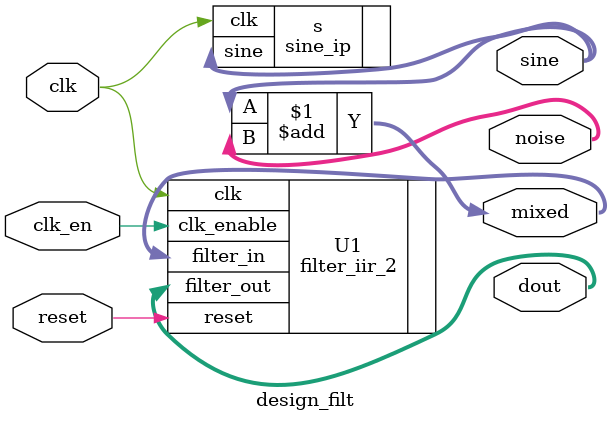
<source format=v>
`timescale 1ns / 1ps


module design_filt(clk,clk_en,reset,sine,noise,dout,mixed
    );
	 input clk;
	 input clk_en;
	 input reset;
	 output[15:0] noise,sine,mixed;
	 output[31:0] dout;
	 
	 /*noise_ip n(
	 .clk(clk),.sine(noise));*/
	 
	 sine_ip s(
	 .clk(clk),.sine(sine));
	 assign mixed=sine+noise; //with noise 
	 //assign mixed=sine;//without noise
	 filter_iir_2 U1(
	 .clk(clk),.clk_enable(clk_en),.reset(reset),.filter_in(mixed),.filter_out(dout));
endmodule

</source>
